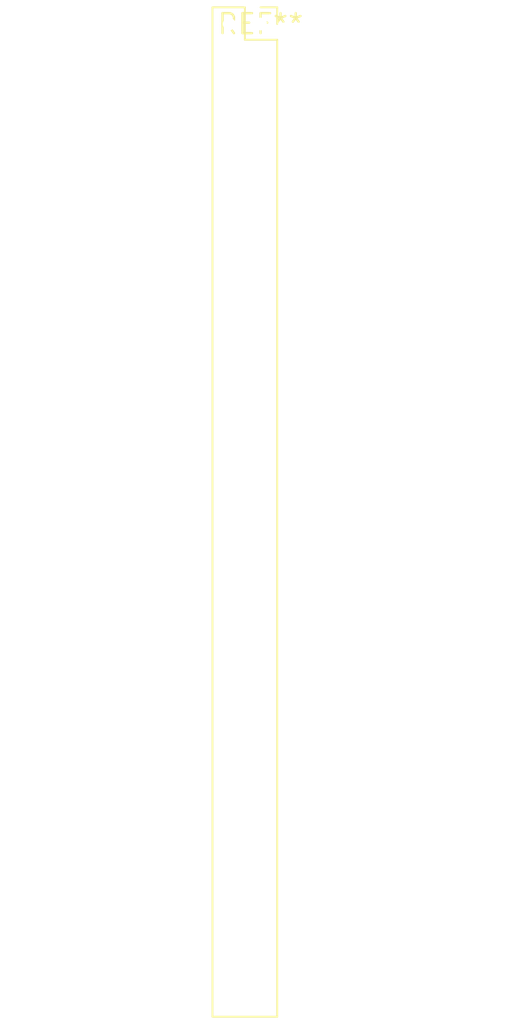
<source format=kicad_pcb>
(kicad_pcb (version 20240108) (generator pcbnew)
  (layers (0 "F.Cu" signal) (31 "B.Cu" signal) (34 "B.Paste" user) (35 "F.Paste" user) (36 "B.SilkS" user "B.Silkscreen") (37 "F.SilkS" user "F.Silkscreen") (38 "B.Mask" user) (39 "F.Mask" user) (44 "Edge.Cuts" user))
  (net 0 "")
  (footprint "PinSocket_2x32_P2.00mm_Vertical" (layer "F.Cu") (at 0 0)
    (property "Reference" "REF**")
    (property "Value" "PinSocket_2x32_P2.00mm_Vertical")
    (fp_line (start -3.06 -1.06) (end -3.06 63.06) (layer "F.SilkS") (stroke (width 0.12)))
    (fp_line (start -3.06 -1.06) (end -1 -1.06) (layer "F.SilkS") (stroke (width 0.12)))
    (fp_line (start -3.06 63.06) (end 1.06 63.06) (layer "F.SilkS") (stroke (width 0.12)))
    (fp_line (start -1 -1.06) (end -1 1) (layer "F.SilkS") (stroke (width 0.12)))
    (fp_line (start -1 1) (end 1.06 1) (layer "F.SilkS") (stroke (width 0.12)))
    (fp_line (start 0 -1.06) (end 1.06 -1.06) (layer "F.SilkS") (stroke (width 0.12)))
    (fp_line (start 1.06 -1.06) (end 1.06 0) (layer "F.SilkS") (stroke (width 0.12)))
    (fp_line (start 1.06 1) (end 1.06 63.06) (layer "F.SilkS") (stroke (width 0.12)))
    (pad "1" thru_hole rect (at 0 0) (size 1.35 1.35) (drill 0.8) (layers *.Cu *.Mask) (remove_unused_layers))
    (pad "2" thru_hole oval (at -2 0) (size 1.35 1.35) (drill 0.8) (layers *.Cu *.Mask) (remove_unused_layers))
    (pad "3" thru_hole oval (at 0 2) (size 1.35 1.35) (drill 0.8) (layers *.Cu *.Mask) (remove_unused_layers))
    (pad "4" thru_hole oval (at -2 2) (size 1.35 1.35) (drill 0.8) (layers *.Cu *.Mask) (remove_unused_layers))
    (pad "5" thru_hole oval (at 0 4) (size 1.35 1.35) (drill 0.8) (layers *.Cu *.Mask) (remove_unused_layers))
    (pad "6" thru_hole oval (at -2 4) (size 1.35 1.35) (drill 0.8) (layers *.Cu *.Mask) (remove_unused_layers))
    (pad "7" thru_hole oval (at 0 6) (size 1.35 1.35) (drill 0.8) (layers *.Cu *.Mask) (remove_unused_layers))
    (pad "8" thru_hole oval (at -2 6) (size 1.35 1.35) (drill 0.8) (layers *.Cu *.Mask) (remove_unused_layers))
    (pad "9" thru_hole oval (at 0 8) (size 1.35 1.35) (drill 0.8) (layers *.Cu *.Mask) (remove_unused_layers))
    (pad "10" thru_hole oval (at -2 8) (size 1.35 1.35) (drill 0.8) (layers *.Cu *.Mask) (remove_unused_layers))
    (pad "11" thru_hole oval (at 0 10) (size 1.35 1.35) (drill 0.8) (layers *.Cu *.Mask) (remove_unused_layers))
    (pad "12" thru_hole oval (at -2 10) (size 1.35 1.35) (drill 0.8) (layers *.Cu *.Mask) (remove_unused_layers))
    (pad "13" thru_hole oval (at 0 12) (size 1.35 1.35) (drill 0.8) (layers *.Cu *.Mask) (remove_unused_layers))
    (pad "14" thru_hole oval (at -2 12) (size 1.35 1.35) (drill 0.8) (layers *.Cu *.Mask) (remove_unused_layers))
    (pad "15" thru_hole oval (at 0 14) (size 1.35 1.35) (drill 0.8) (layers *.Cu *.Mask) (remove_unused_layers))
    (pad "16" thru_hole oval (at -2 14) (size 1.35 1.35) (drill 0.8) (layers *.Cu *.Mask) (remove_unused_layers))
    (pad "17" thru_hole oval (at 0 16) (size 1.35 1.35) (drill 0.8) (layers *.Cu *.Mask) (remove_unused_layers))
    (pad "18" thru_hole oval (at -2 16) (size 1.35 1.35) (drill 0.8) (layers *.Cu *.Mask) (remove_unused_layers))
    (pad "19" thru_hole oval (at 0 18) (size 1.35 1.35) (drill 0.8) (layers *.Cu *.Mask) (remove_unused_layers))
    (pad "20" thru_hole oval (at -2 18) (size 1.35 1.35) (drill 0.8) (layers *.Cu *.Mask) (remove_unused_layers))
    (pad "21" thru_hole oval (at 0 20) (size 1.35 1.35) (drill 0.8) (layers *.Cu *.Mask) (remove_unused_layers))
    (pad "22" thru_hole oval (at -2 20) (size 1.35 1.35) (drill 0.8) (layers *.Cu *.Mask) (remove_unused_layers))
    (pad "23" thru_hole oval (at 0 22) (size 1.35 1.35) (drill 0.8) (layers *.Cu *.Mask) (remove_unused_layers))
    (pad "24" thru_hole oval (at -2 22) (size 1.35 1.35) (drill 0.8) (layers *.Cu *.Mask) (remove_unused_layers))
    (pad "25" thru_hole oval (at 0 24) (size 1.35 1.35) (drill 0.8) (layers *.Cu *.Mask) (remove_unused_layers))
    (pad "26" thru_hole oval (at -2 24) (size 1.35 1.35) (drill 0.8) (layers *.Cu *.Mask) (remove_unused_layers))
    (pad "27" thru_hole oval (at 0 26) (size 1.35 1.35) (drill 0.8) (layers *.Cu *.Mask) (remove_unused_layers))
    (pad "28" thru_hole oval (at -2 26) (size 1.35 1.35) (drill 0.8) (layers *.Cu *.Mask) (remove_unused_layers))
    (pad "29" thru_hole oval (at 0 28) (size 1.35 1.35) (drill 0.8) (layers *.Cu *.Mask) (remove_unused_layers))
    (pad "30" thru_hole oval (at -2 28) (size 1.35 1.35) (drill 0.8) (layers *.Cu *.Mask) (remove_unused_layers))
    (pad "31" thru_hole oval (at 0 30) (size 1.35 1.35) (drill 0.8) (layers *.Cu *.Mask) (remove_unused_layers))
    (pad "32" thru_hole oval (at -2 30) (size 1.35 1.35) (drill 0.8) (layers *.Cu *.Mask) (remove_unused_layers))
    (pad "33" thru_hole oval (at 0 32) (size 1.35 1.35) (drill 0.8) (layers *.Cu *.Mask) (remove_unused_layers))
    (pad "34" thru_hole oval (at -2 32) (size 1.35 1.35) (drill 0.8) (layers *.Cu *.Mask) (remove_unused_layers))
    (pad "35" thru_hole oval (at 0 34) (size 1.35 1.35) (drill 0.8) (layers *.Cu *.Mask) (remove_unused_layers))
    (pad "36" thru_hole oval (at -2 34) (size 1.35 1.35) (drill 0.8) (layers *.Cu *.Mask) (remove_unused_layers))
    (pad "37" thru_hole oval (at 0 36) (size 1.35 1.35) (drill 0.8) (layers *.Cu *.Mask) (remove_unused_layers))
    (pad "38" thru_hole oval (at -2 36) (size 1.35 1.35) (drill 0.8) (layers *.Cu *.Mask) (remove_unused_layers))
    (pad "39" thru_hole oval (at 0 38) (size 1.35 1.35) (drill 0.8) (layers *.Cu *.Mask) (remove_unused_layers))
    (pad "40" thru_hole oval (at -2 38) (size 1.35 1.35) (drill 0.8) (layers *.Cu *.Mask) (remove_unused_layers))
    (pad "41" thru_hole oval (at 0 40) (size 1.35 1.35) (drill 0.8) (layers *.Cu *.Mask) (remove_unused_layers))
    (pad "42" thru_hole oval (at -2 40) (size 1.35 1.35) (drill 0.8) (layers *.Cu *.Mask) (remove_unused_layers))
    (pad "43" thru_hole oval (at 0 42) (size 1.35 1.35) (drill 0.8) (layers *.Cu *.Mask) (remove_unused_layers))
    (pad "44" thru_hole oval (at -2 42) (size 1.35 1.35) (drill 0.8) (layers *.Cu *.Mask) (remove_unused_layers))
    (pad "45" thru_hole oval (at 0 44) (size 1.35 1.35) (drill 0.8) (layers *.Cu *.Mask) (remove_unused_layers))
    (pad "46" thru_hole oval (at -2 44) (size 1.35 1.35) (drill 0.8) (layers *.Cu *.Mask) (remove_unused_layers))
    (pad "47" thru_hole oval (at 0 46) (size 1.35 1.35) (drill 0.8) (layers *.Cu *.Mask) (remove_unused_layers))
    (pad "48" thru_hole oval (at -2 46) (size 1.35 1.35) (drill 0.8) (layers *.Cu *.Mask) (remove_unused_layers))
    (pad "49" thru_hole oval (at 0 48) (size 1.35 1.35) (drill 0.8) (layers *.Cu *.Mask) (remove_unused_layers))
    (pad "50" thru_hole oval (at -2 48) (size 1.35 1.35) (drill 0.8) (layers *.Cu *.Mask) (remove_unused_layers))
    (pad "51" thru_hole oval (at 0 50) (size 1.35 1.35) (drill 0.8) (layers *.Cu *.Mask) (remove_unused_layers))
    (pad "52" thru_hole oval (at -2 50) (size 1.35 1.35) (drill 0.8) (layers *.Cu *.Mask) (remove_unused_layers))
    (pad "53" thru_hole oval (at 0 52) (size 1.35 1.35) (drill 0.8) (layers *.Cu *.Mask) (remove_unused_layers))
    (pad "54" thru_hole oval (at -2 52) (size 1.35 1.35) (drill 0.8) (layers *.Cu *.Mask) (remove_unused_layers))
    (pad "55" thru_hole oval (at 0 54) (size 1.35 1.35) (drill 0.8) (layers *.Cu *.Mask) (remove_unused_layers))
    (pad "56" thru_hole oval (at -2 54) (size 1.35 1.35) (drill 0.8) (layers *.Cu *.Mask) (remove_unused_layers))
    (pad "57" thru_hole oval (at 0 56) (size 1.35 1.35) (drill 0.8) (layers *.Cu *.Mask) (remove_unused_layers))
    (pad "58" thru_hole oval (at -2 56) (size 1.35 1.35) (drill 0.8) (layers *.Cu *.Mask) (remove_unused_layers))
    (pad "59" thru_hole oval (at 0 58) (size 1.35 1.35) (drill 0.8) (layers *.Cu *.Mask) (remove_unused_layers))
    (pad "60" thru_hole oval (at -2 58) (size 1.35 1.35) (drill 0.8) (layers *.Cu *.Mask) (remove_unused_layers))
    (pad "61" thru_hole oval (at 0 60) (size 1.35 1.35) (drill 0.8) (layers *.Cu *.Mask) (remove_unused_layers))
    (pad "62" thru_hole oval (at -2 60) (size 1.35 1.35) (drill 0.8) (layers *.Cu *.Mask) (remove_unused_layers))
    (pad "63" thru_hole oval (at 0 62) (size 1.35 1.35) (drill 0.8) (layers *.Cu *.Mask) (remove_unused_layers))
    (pad "64" thru_hole oval (at -2 62) (size 1.35 1.35) (drill 0.8) (layers *.Cu *.Mask) (remove_unused_layers))
  )
)
</source>
